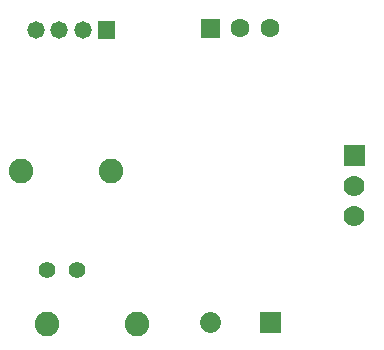
<source format=gbs>
G04 Layer: BottomSolderMaskLayer*
G04 EasyEDA v6.1.49, Fri, 31 May 2019 20:59:05 GMT*
G04 40a2506dbd6d4ce6bee7739c3bacdc10,9b1a5d735843498e81bf2f4db3a13241,10*
G04 Gerber Generator version 0.2*
G04 Scale: 100 percent, Rotated: No, Reflected: No *
G04 Dimensions in millimeters *
G04 leading zeros omitted , absolute positions ,3 integer and 3 decimal *
%FSLAX33Y33*%
%MOMM*%
G90*
G71D02*

%ADD27C,1.803197*%
%ADD28C,2.082800*%
%ADD29C,1.397000*%
%ADD30C,1.778000*%
%ADD33C,1.602740*%
%ADD35C,1.473200*%

%LPD*%
G54D27*
G01X19431Y6350D02*
G01X19431Y6350D01*
G54D28*
G01X13208Y6223D03*
G01X5588Y6223D03*
G01X11049Y19177D03*
G01X3429Y19177D03*
G54D29*
G01X5588Y10795D03*
G01X8128Y10795D03*
G54D30*
G01X31623Y15367D03*
G01X31623Y17907D03*
G36*
G01X30734Y19558D02*
G01X30734Y21336D01*
G01X32512Y21336D01*
G01X32512Y19558D01*
G01X30734Y19558D01*
G37*
G36*
G01X18630Y30439D02*
G01X18630Y32042D01*
G01X20233Y32042D01*
G01X20233Y30439D01*
G01X18630Y30439D01*
G37*
G54D33*
G01X21971Y31242D03*
G01X24511Y31242D03*
G36*
G01X9880Y30378D02*
G01X9880Y31851D01*
G01X11353Y31851D01*
G01X11353Y30378D01*
G01X9880Y30378D01*
G37*
G54D35*
G01X8610Y31115D03*
G01X6629Y31115D03*
G01X4622Y31115D03*
G36*
G01X23609Y5448D02*
G01X23609Y7251D01*
G01X25412Y7251D01*
G01X25412Y5448D01*
G01X23609Y5448D01*
G37*
M00*
M02*

</source>
